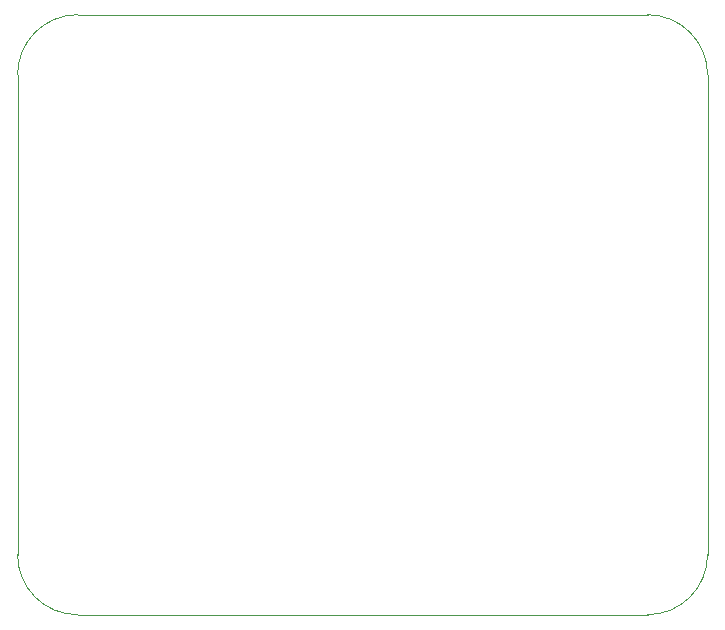
<source format=gm1>
G04 #@! TF.GenerationSoftware,KiCad,Pcbnew,(5.1.10)-1*
G04 #@! TF.CreationDate,2021-10-01T13:30:07-07:00*
G04 #@! TF.ProjectId,BumbasiRylan_ElectronicSpeedController,42756d62-6173-4695-9279-6c616e5f456c,rev?*
G04 #@! TF.SameCoordinates,Original*
G04 #@! TF.FileFunction,Profile,NP*
%FSLAX46Y46*%
G04 Gerber Fmt 4.6, Leading zero omitted, Abs format (unit mm)*
G04 Created by KiCad (PCBNEW (5.1.10)-1) date 2021-10-01 13:30:07*
%MOMM*%
%LPD*%
G01*
G04 APERTURE LIST*
G04 #@! TA.AperFunction,Profile*
%ADD10C,0.050000*%
G04 #@! TD*
G04 APERTURE END LIST*
D10*
X162560000Y-121920000D02*
G75*
G02*
X157480000Y-127000000I-5080000J0D01*
G01*
X109220000Y-127000000D02*
G75*
G02*
X104140000Y-121920000I0J5080000D01*
G01*
X104140000Y-81280000D02*
G75*
G02*
X109220000Y-76200000I5080000J0D01*
G01*
X109220000Y-76200000D02*
X157480000Y-76200000D01*
X104140000Y-121920000D02*
X104140000Y-81280000D01*
X157480000Y-127000000D02*
X109220000Y-127000000D01*
X162560000Y-81280000D02*
X162560000Y-121920000D01*
X157480000Y-76200000D02*
G75*
G02*
X162560000Y-81280000I0J-5080000D01*
G01*
M02*

</source>
